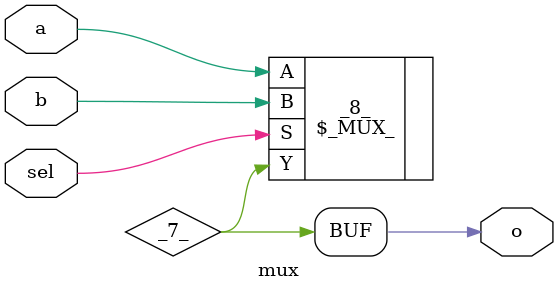
<source format=v>
/* Generated by Yosys 0.5 (git sha1 c3c9fbf, gcc 4.9.2-10ubuntu5 -O2 -fstack-protector-strong -fPIC -Os) */

(* src = "mux.v:1" *)
module mux(a, b, sel, o);
  wire _0_;
  wire _1_;
  wire _2_;
  wire _3_;
  wire _4_;
  wire _5_;
  wire _6_;
  wire _7_;
  (* src = "mux.v:1" *)
  input a;
  (* src = "mux.v:1" *)
  input b;
  (* src = "mux.v:1" *)
  output o;
  (* src = "mux.v:1" *)
  input sel;
  \$_MUX_  _8_ (
    .A(_4_),
    .B(_5_),
    .S(_6_),
    .Y(_7_)
  );
  assign _0_ = a;
  assign _1_ = b;
  assign _2_ = sel;
  assign o = _3_;
  assign _4_ = a;
  assign _5_ = b;
  assign _6_ = sel;
  assign _3_ = _7_;
endmodule

</source>
